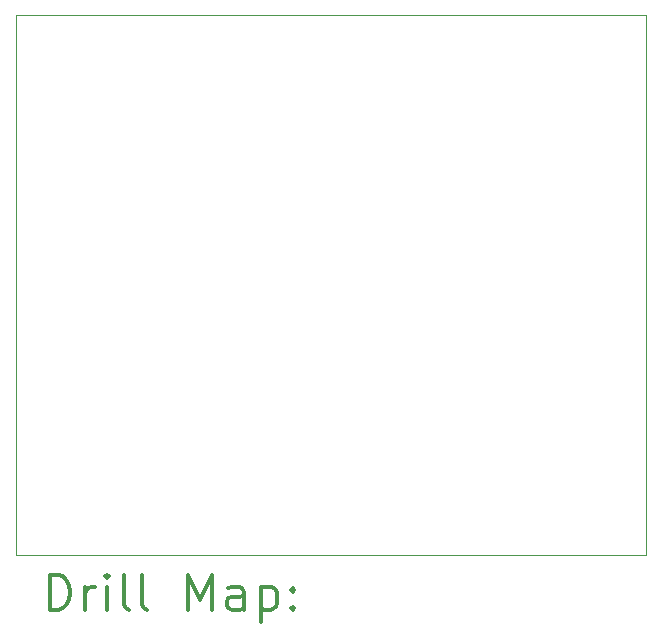
<source format=gbr>
%FSLAX45Y45*%
G04 Gerber Fmt 4.5, Leading zero omitted, Abs format (unit mm)*
G04 Created by KiCad (PCBNEW (5.1.10-1-10_14)) date 2021-06-28 16:00:18*
%MOMM*%
%LPD*%
G01*
G04 APERTURE LIST*
%TA.AperFunction,Profile*%
%ADD10C,0.050000*%
%TD*%
%ADD11C,0.200000*%
%ADD12C,0.300000*%
G04 APERTURE END LIST*
D10*
X16459200Y-4267200D02*
X11125200Y-4267200D01*
X16459200Y-8839200D02*
X16459200Y-4267200D01*
X11125200Y-8839200D02*
X16459200Y-8839200D01*
X11125200Y-4267200D02*
X11125200Y-8839200D01*
D11*
D12*
X11409128Y-9307414D02*
X11409128Y-9007414D01*
X11480557Y-9007414D01*
X11523414Y-9021700D01*
X11551986Y-9050272D01*
X11566271Y-9078843D01*
X11580557Y-9135986D01*
X11580557Y-9178843D01*
X11566271Y-9235986D01*
X11551986Y-9264557D01*
X11523414Y-9293129D01*
X11480557Y-9307414D01*
X11409128Y-9307414D01*
X11709128Y-9307414D02*
X11709128Y-9107414D01*
X11709128Y-9164557D02*
X11723414Y-9135986D01*
X11737700Y-9121700D01*
X11766271Y-9107414D01*
X11794843Y-9107414D01*
X11894843Y-9307414D02*
X11894843Y-9107414D01*
X11894843Y-9007414D02*
X11880557Y-9021700D01*
X11894843Y-9035986D01*
X11909128Y-9021700D01*
X11894843Y-9007414D01*
X11894843Y-9035986D01*
X12080557Y-9307414D02*
X12051986Y-9293129D01*
X12037700Y-9264557D01*
X12037700Y-9007414D01*
X12237700Y-9307414D02*
X12209128Y-9293129D01*
X12194843Y-9264557D01*
X12194843Y-9007414D01*
X12580557Y-9307414D02*
X12580557Y-9007414D01*
X12680557Y-9221700D01*
X12780557Y-9007414D01*
X12780557Y-9307414D01*
X13051986Y-9307414D02*
X13051986Y-9150272D01*
X13037700Y-9121700D01*
X13009128Y-9107414D01*
X12951986Y-9107414D01*
X12923414Y-9121700D01*
X13051986Y-9293129D02*
X13023414Y-9307414D01*
X12951986Y-9307414D01*
X12923414Y-9293129D01*
X12909128Y-9264557D01*
X12909128Y-9235986D01*
X12923414Y-9207414D01*
X12951986Y-9193129D01*
X13023414Y-9193129D01*
X13051986Y-9178843D01*
X13194843Y-9107414D02*
X13194843Y-9407414D01*
X13194843Y-9121700D02*
X13223414Y-9107414D01*
X13280557Y-9107414D01*
X13309128Y-9121700D01*
X13323414Y-9135986D01*
X13337700Y-9164557D01*
X13337700Y-9250272D01*
X13323414Y-9278843D01*
X13309128Y-9293129D01*
X13280557Y-9307414D01*
X13223414Y-9307414D01*
X13194843Y-9293129D01*
X13466271Y-9278843D02*
X13480557Y-9293129D01*
X13466271Y-9307414D01*
X13451986Y-9293129D01*
X13466271Y-9278843D01*
X13466271Y-9307414D01*
X13466271Y-9121700D02*
X13480557Y-9135986D01*
X13466271Y-9150272D01*
X13451986Y-9135986D01*
X13466271Y-9121700D01*
X13466271Y-9150272D01*
M02*

</source>
